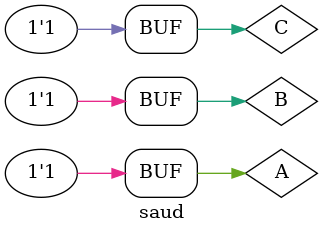
<source format=v>
module dice(A,B,C,a,b,c,d,e,f,g);
input A,B,C;
output a,b,c,d,e,f,g;
wire w1,w2,w3,w4,w5,w6,w7,w8,w9,w10,w11,w12;
assign w1=!A;assign w2=!B;assign w3=!C;
assign w4=A&w2;assign w5=B&w3;
assign w6=w1&B&C;assign w7=A&w2&C;assign w8=A&B&w3;
assign w9=A&w2;assign w10=A&w3;assign w11=w1&B;
assign w12=w2&C;
assign g=w10;
assign d=w11||w12;
assign e=w10;assign b=w6||w7||w8;
assign a=w4||w5;assign f=w6||w7||w8;assign c=w9||w10;
endmodule

module saud;
reg A,B,C;
wire a,b,c,d,e,f,g;
dice l1(A,B,C,a,b,c,d,e,f,g);
initial 
begin
#100 A=1'b0;B=1'b0;C=1'b0;
#100 A=1'b0;B=1'b0;C=1'b1;
#100 A=1'b0;B=1'b1;C=1'b0;
#100 A=1'b0;B=1'b1;C=1'b1;
#100 A=1'b1;B=1'b0;C=1'b0;
#100 A=1'b1;B=1'b0;C=1'b1;
#100 A=1'b1;B=1'b1;C=1'b0;
#100 A=1'b1;B=1'b1;C=1'b1;

end
endmodule

</source>
